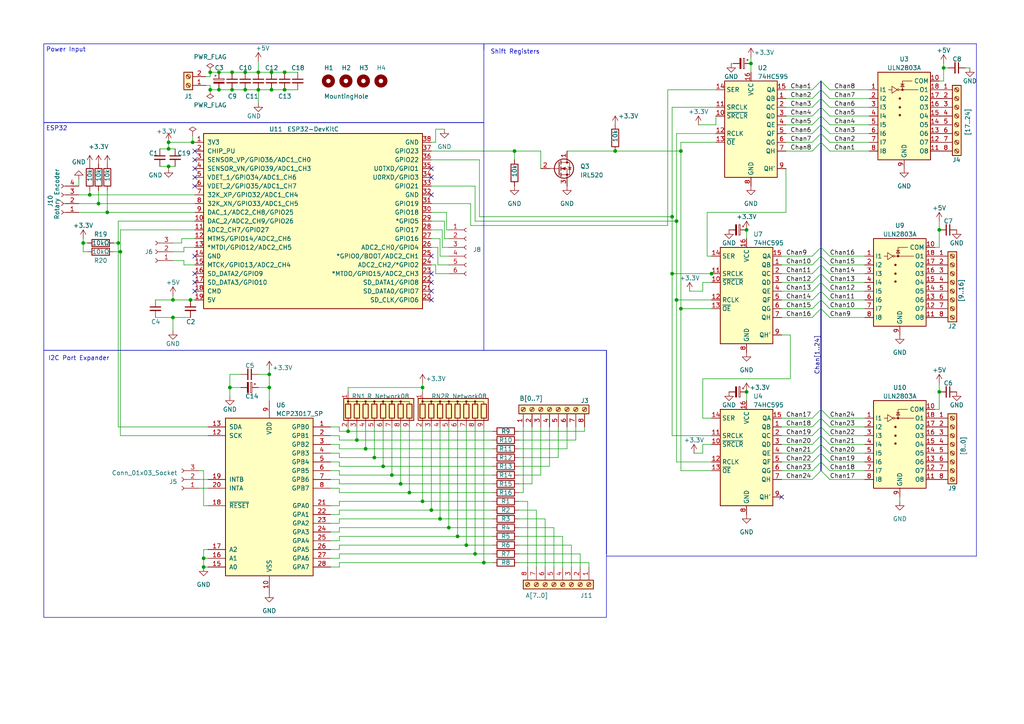
<source format=kicad_sch>
(kicad_sch (version 20230121) (generator eeschema)
  (paper "A4")
  (title_block (title "Workbench Controller") (date "2023-05-26") (rev "v1"))
  (junction (at 71.12 26.035))
  (junction (at 28.575 59.055))
  (junction (at 137.795 160.655))
  (junction (at 50.165 86.995))
  (junction (at 34.29 70.485))
  (junction (at 48.895 43.18))
  (junction (at 196.215 86.995))
  (junction (at 103.505 127.635))
  (junction (at 197.485 43.815))
  (junction (at 82.55 20.955))
  (junction (at 60.96 20.955))
  (junction (at 55.88 41.275))
  (junction (at 216.535 66.675))
  (junction (at 31.115 61.595))
  (junction (at 100.965 125.095))
  (junction (at 34.925 73.025))
  (junction (at 67.31 26.035))
  (junction (at 125.095 147.955))
  (junction (at 78.74 20.955))
  (junction (at 217.805 18.415))
  (junction (at 59.055 164.465))
  (junction (at 135.255 158.115))
  (junction (at 206.375 79.375))
  (junction (at 272.415 113.665))
  (junction (at 60.96 26.035))
  (junction (at 26.035 56.515))
  (junction (at 48.895 41.275))
  (junction (at 197.485 89.535))
  (junction (at 59.055 161.925))
  (junction (at 130.175 153.035))
  (junction (at 140.335 163.195))
  (junction (at 273.685 19.685))
  (junction (at 122.555 145.415))
  (junction (at 127.635 150.495))
  (junction (at 272.415 66.675))
  (junction (at 55.245 86.995))
  (junction (at 82.55 26.035))
  (junction (at 74.93 20.955))
  (junction (at 132.715 155.575))
  (junction (at 194.945 62.865))
  (junction (at 63.5 20.955))
  (junction (at 113.665 137.795))
  (junction (at 71.12 20.955))
  (junction (at 78.105 112.395))
  (junction (at 111.125 135.255))
  (junction (at 216.535 113.665))
  (junction (at 48.895 48.26))
  (junction (at 122.555 112.395))
  (junction (at 194.945 79.375))
  (junction (at 50.165 92.075))
  (junction (at 74.93 26.035))
  (junction (at 24.13 70.485))
  (junction (at 66.675 112.395))
  (junction (at 106.045 130.175))
  (junction (at 108.585 132.715))
  (junction (at 116.205 140.335))
  (junction (at 178.435 43.815))
  (junction (at 78.105 108.585))
  (junction (at 63.5 26.035))
  (junction (at 149.225 43.815))
  (junction (at 67.31 20.955))
  (junction (at 118.745 142.875))
  (junction (at 78.74 26.035))
  (junction (at 196.215 64.135))
  (no_connect (at 56.515 46.355))
  (no_connect (at 56.515 81.915))
  (no_connect (at 56.515 48.895))
  (no_connect (at 56.515 43.815))
  (no_connect (at 125.095 51.435))
  (no_connect (at 125.095 86.995))
  (no_connect (at 56.515 51.435))
  (no_connect (at 125.095 48.895))
  (no_connect (at 125.095 79.375))
  (no_connect (at 125.095 84.455))
  (no_connect (at 56.515 53.975))
  (no_connect (at 56.515 79.375))
  (no_connect (at 56.515 84.455))
  (no_connect (at 125.095 56.515))
  (no_connect (at 56.515 74.295))
  (no_connect (at 226.695 144.145))
  (no_connect (at 125.095 81.915))
  (no_connect (at 125.095 74.295))
  (bus_entry (at 240.665 136.525) (size -2.54 -2.54))
  (bus_entry (at 235.585 38.735) (size 2.54 -2.54))
  (bus_entry (at 240.665 79.375) (size -2.54 -2.54))
  (bus_entry (at 240.665 131.445) (size -2.54 -2.54))
  (bus_entry (at 240.665 84.455) (size -2.54 -2.54))
  (bus_entry (at 235.585 139.065) (size 2.54 -2.54))
  (bus_entry (at 235.585 81.915) (size 2.54 -2.54))
  (bus_entry (at 240.665 89.535) (size -2.54 -2.54))
  (bus_entry (at 235.585 28.575) (size 2.54 -2.54))
  (bus_entry (at 235.585 86.995) (size 2.54 -2.54))
  (bus_entry (at 235.585 36.195) (size 2.54 -2.54))
  (bus_entry (at 235.585 131.445) (size 2.54 -2.54))
  (bus_entry (at 235.585 79.375) (size 2.54 -2.54))
  (bus_entry (at 240.665 128.905) (size -2.54 -2.54))
  (bus_entry (at 235.585 126.365) (size 2.54 -2.54))
  (bus_entry (at 235.585 89.535) (size 2.54 -2.54))
  (bus_entry (at 240.665 36.195) (size -2.54 -2.54))
  (bus_entry (at 235.585 123.825) (size 2.54 -2.54))
  (bus_entry (at 240.665 81.915) (size -2.54 -2.54))
  (bus_entry (at 235.585 84.455) (size 2.54 -2.54))
  (bus_entry (at 240.665 126.365) (size -2.54 -2.54))
  (bus_entry (at 240.665 92.075) (size -2.54 -2.54))
  (bus_entry (at 235.585 76.835) (size 2.54 -2.54))
  (bus_entry (at 235.585 92.075) (size 2.54 -2.54))
  (bus_entry (at 240.665 86.995) (size -2.54 -2.54))
  (bus_entry (at 240.665 31.115) (size -2.54 -2.54))
  (bus_entry (at 240.665 76.835) (size -2.54 -2.54))
  (bus_entry (at 240.665 33.655) (size -2.54 -2.54))
  (bus_entry (at 235.585 128.905) (size 2.54 -2.54))
  (bus_entry (at 235.585 74.295) (size 2.54 -2.54))
  (bus_entry (at 235.585 26.035) (size 2.54 -2.54))
  (bus_entry (at 235.585 121.285) (size 2.54 -2.54))
  (bus_entry (at 240.665 139.065) (size -2.54 -2.54))
  (bus_entry (at 240.665 28.575) (size -2.54 -2.54))
  (bus_entry (at 235.585 136.525) (size 2.54 -2.54))
  (bus_entry (at 235.585 43.815) (size 2.54 -2.54))
  (bus_entry (at 235.585 33.655) (size 2.54 -2.54))
  (bus_entry (at 235.585 41.275) (size 2.54 -2.54))
  (bus_entry (at 240.665 38.735) (size -2.54 -2.54))
  (bus_entry (at 235.585 133.985) (size 2.54 -2.54))
  (bus_entry (at 240.665 121.285) (size -2.54 -2.54))
  (bus_entry (at 240.665 74.295) (size -2.54 -2.54))
  (bus_entry (at 240.665 41.275) (size -2.54 -2.54))
  (bus_entry (at 240.665 26.035) (size -2.54 -2.54))
  (bus_entry (at 240.665 133.985) (size -2.54 -2.54))
  (bus_entry (at 235.585 31.115) (size 2.54 -2.54))
  (bus_entry (at 240.665 123.825) (size -2.54 -2.54))
  (bus_entry (at 240.665 43.815) (size -2.54 -2.54))
  (bus (pts (xy 238.125 128.905) (xy 238.125 126.365)))
  (wire (pts (xy 273.685 18.415) (xy 273.685 19.685)))
  (wire (pts (xy 137.795 160.655) (xy 142.875 160.655)))
  (wire (pts (xy 151.765 142.875) (xy 150.495 142.875)))
  (wire (pts (xy 216.535 113.665) (xy 216.535 116.205)))
  (wire (pts (xy 137.795 64.135) (xy 196.215 64.135)))
  (wire (pts (xy 98.425 156.845) (xy 95.885 156.845)))
  (wire (pts (xy 95.885 154.305) (xy 98.425 154.305)))
  (bus (pts (xy 238.125 84.455) (xy 238.125 81.915)))
  (wire (pts (xy 60.96 24.765) (xy 60.96 26.035)))
  (wire (pts (xy 226.695 76.835) (xy 235.585 76.835)))
  (wire (pts (xy 52.705 70.485) (xy 50.165 70.485)))
  (wire (pts (xy 116.205 140.335) (xy 142.875 140.335)))
  (wire (pts (xy 125.095 71.755) (xy 127 71.755)))
  (wire (pts (xy 128.905 64.135) (xy 125.095 64.135)))
  (wire (pts (xy 59.055 136.525) (xy 57.785 136.525)))
  (wire (pts (xy 197.485 136.525) (xy 206.375 136.525)))
  (bus (pts (xy 238.125 89.535) (xy 238.125 86.995)))
  (polyline (pts (xy 283.21 161.29) (xy 283.21 12.7)))
  (wire (pts (xy 197.485 89.535) (xy 206.375 89.535)))
  (wire (pts (xy 48.895 43.18) (xy 50.8 43.18)))
  (wire (pts (xy 74.93 108.585) (xy 78.105 108.585)))
  (wire (pts (xy 98.425 158.115) (xy 135.255 158.115)))
  (wire (pts (xy 240.665 136.525) (xy 250.825 136.525)))
  (wire (pts (xy 227.965 33.655) (xy 235.585 33.655)))
  (bus (pts (xy 238.125 133.985) (xy 238.125 131.445)))
  (wire (pts (xy 164.465 123.825) (xy 164.465 130.175)))
  (wire (pts (xy 98.425 160.655) (xy 98.425 161.925)))
  (wire (pts (xy 127.635 150.495) (xy 142.875 150.495)))
  (wire (pts (xy 203.835 121.285) (xy 206.375 121.285)))
  (wire (pts (xy 106.045 123.825) (xy 106.045 130.175)))
  (wire (pts (xy 103.505 123.825) (xy 103.505 127.635)))
  (wire (pts (xy 63.5 20.955) (xy 67.31 20.955)))
  (wire (pts (xy 95.885 133.985) (xy 98.425 133.985)))
  (wire (pts (xy 197.485 43.815) (xy 197.485 89.535)))
  (wire (pts (xy 103.505 127.635) (xy 142.875 127.635)))
  (wire (pts (xy 167.005 127.635) (xy 150.495 127.635)))
  (wire (pts (xy 194.945 79.375) (xy 206.375 79.375)))
  (wire (pts (xy 126.365 79.375) (xy 130.175 79.375)))
  (wire (pts (xy 98.425 145.415) (xy 98.425 146.685)))
  (wire (pts (xy 34.29 64.135) (xy 56.515 64.135)))
  (wire (pts (xy 46.355 48.26) (xy 48.895 48.26)))
  (wire (pts (xy 127.635 123.825) (xy 127.635 150.495)))
  (wire (pts (xy 154.305 140.335) (xy 154.305 123.825)))
  (wire (pts (xy 227.965 28.575) (xy 235.585 28.575)))
  (wire (pts (xy 168.275 164.465) (xy 168.275 160.655)))
  (wire (pts (xy 273.685 19.685) (xy 273.685 23.495)))
  (bus (pts (xy 238.125 79.375) (xy 238.125 76.835)))
  (wire (pts (xy 74.93 20.955) (xy 78.74 20.955)))
  (wire (pts (xy 126.365 37.465) (xy 126.365 41.275)))
  (wire (pts (xy 194.945 62.865) (xy 194.945 79.375)))
  (wire (pts (xy 216.535 66.675) (xy 216.535 69.215)))
  (wire (pts (xy 24.13 70.485) (xy 24.13 73.025)))
  (wire (pts (xy 113.665 123.825) (xy 113.665 137.795)))
  (wire (pts (xy 98.425 137.795) (xy 113.665 137.795)))
  (wire (pts (xy 163.195 155.575) (xy 150.495 155.575)))
  (wire (pts (xy 122.555 123.825) (xy 122.555 145.415)))
  (wire (pts (xy 116.205 123.825) (xy 116.205 140.335)))
  (wire (pts (xy 78.74 26.035) (xy 82.55 26.035)))
  (wire (pts (xy 217.805 18.415) (xy 217.805 20.955)))
  (wire (pts (xy 98.425 130.175) (xy 106.045 130.175)))
  (wire (pts (xy 98.425 139.065) (xy 98.425 140.335)))
  (wire (pts (xy 122.555 112.395) (xy 122.555 113.665)))
  (wire (pts (xy 98.425 155.575) (xy 98.425 156.845)))
  (wire (pts (xy 34.29 70.485) (xy 34.29 123.825)))
  (wire (pts (xy 205.105 74.295) (xy 206.375 74.295)))
  (bus (pts (xy 238.125 76.835) (xy 238.125 74.295)))
  (wire (pts (xy 108.585 123.825) (xy 108.585 132.715)))
  (wire (pts (xy 229.235 109.855) (xy 203.835 109.855)))
  (wire (pts (xy 50.165 75.565) (xy 53.34 75.565)))
  (wire (pts (xy 194.945 31.115) (xy 194.945 62.865)))
  (wire (pts (xy 240.665 131.445) (xy 250.825 131.445)))
  (wire (pts (xy 53.34 76.835) (xy 56.515 76.835)))
  (wire (pts (xy 128.905 37.465) (xy 126.365 37.465)))
  (bus (pts (xy 238.125 81.915) (xy 238.125 79.375)))
  (wire (pts (xy 125.095 76.835) (xy 126.365 76.835)))
  (wire (pts (xy 240.665 121.285) (xy 250.825 121.285)))
  (wire (pts (xy 50.165 85.725) (xy 50.165 86.995)))
  (wire (pts (xy 196.215 86.995) (xy 206.375 86.995)))
  (wire (pts (xy 55.88 39.37) (xy 55.88 41.275)))
  (bus (pts (xy 238.125 131.445) (xy 238.125 128.905)))
  (wire (pts (xy 226.695 133.985) (xy 235.585 133.985)))
  (wire (pts (xy 113.665 137.795) (xy 142.875 137.795)))
  (wire (pts (xy 66.675 108.585) (xy 66.675 112.395)))
  (wire (pts (xy 98.425 153.035) (xy 130.175 153.035)))
  (wire (pts (xy 129.54 66.675) (xy 130.175 66.675)))
  (wire (pts (xy 59.055 146.685) (xy 59.055 136.525)))
  (wire (pts (xy 28.575 55.245) (xy 28.575 59.055)))
  (wire (pts (xy 98.425 160.655) (xy 137.795 160.655)))
  (bus (pts (xy 238.125 41.275) (xy 238.125 71.755)))
  (wire (pts (xy 240.665 126.365) (xy 250.825 126.365)))
  (wire (pts (xy 125.095 69.215) (xy 127.635 69.215)))
  (wire (pts (xy 160.655 153.035) (xy 150.495 153.035)))
  (wire (pts (xy 272.415 111.125) (xy 272.415 113.665)))
  (wire (pts (xy 130.175 123.825) (xy 130.175 153.035)))
  (wire (pts (xy 125.095 123.825) (xy 125.095 147.955)))
  (wire (pts (xy 226.695 136.525) (xy 235.585 136.525)))
  (wire (pts (xy 272.415 23.495) (xy 273.685 23.495)))
  (wire (pts (xy 31.115 61.595) (xy 56.515 61.595)))
  (polyline (pts (xy 140.335 12.7) (xy 140.335 14.605)))
  (wire (pts (xy 154.305 140.335) (xy 150.495 140.335)))
  (wire (pts (xy 82.55 26.035) (xy 86.36 26.035)))
  (wire (pts (xy 34.29 64.135) (xy 34.29 70.485)))
  (wire (pts (xy 226.695 121.285) (xy 235.585 121.285)))
  (wire (pts (xy 98.425 154.305) (xy 98.425 153.035)))
  (wire (pts (xy 200.025 84.455) (xy 203.835 84.455)))
  (wire (pts (xy 240.665 79.375) (xy 250.825 79.375)))
  (wire (pts (xy 98.425 141.605) (xy 98.425 142.875)))
  (wire (pts (xy 207.645 33.655) (xy 207.645 36.195)))
  (wire (pts (xy 98.425 140.335) (xy 116.205 140.335)))
  (wire (pts (xy 24.13 69.215) (xy 24.13 70.485)))
  (wire (pts (xy 98.425 161.925) (xy 95.885 161.925)))
  (wire (pts (xy 132.715 123.825) (xy 132.715 155.575)))
  (wire (pts (xy 111.125 135.255) (xy 142.875 135.255)))
  (wire (pts (xy 160.655 164.465) (xy 160.655 153.035)))
  (bus (pts (xy 238.125 136.525) (xy 238.125 133.985)))
  (wire (pts (xy 167.005 123.825) (xy 167.005 127.635)))
  (bus (pts (xy 238.125 86.995) (xy 238.125 84.455)))
  (wire (pts (xy 271.145 71.755) (xy 272.415 71.755)))
  (wire (pts (xy 66.675 112.395) (xy 66.675 114.935)))
  (wire (pts (xy 98.425 123.825) (xy 98.425 125.095)))
  (wire (pts (xy 126.365 76.835) (xy 126.365 79.375)))
  (wire (pts (xy 74.93 17.78) (xy 74.93 20.955)))
  (wire (pts (xy 128.905 69.215) (xy 128.905 64.135)))
  (wire (pts (xy 95.885 131.445) (xy 98.425 131.445)))
  (wire (pts (xy 196.215 86.995) (xy 196.215 133.985)))
  (wire (pts (xy 22.86 59.055) (xy 28.575 59.055)))
  (wire (pts (xy 125.095 43.815) (xy 149.225 43.815)))
  (wire (pts (xy 205.105 61.595) (xy 227.965 61.595)))
  (wire (pts (xy 207.645 79.375) (xy 206.375 79.375)))
  (wire (pts (xy 122.555 111.125) (xy 122.555 112.395)))
  (polyline (pts (xy 175.895 101.6) (xy 175.895 160.655)))
  (wire (pts (xy 53.34 75.565) (xy 53.34 76.835)))
  (wire (pts (xy 122.555 145.415) (xy 142.875 145.415)))
  (wire (pts (xy 78.105 112.395) (xy 78.105 116.205)))
  (bus (pts (xy 238.125 36.195) (xy 238.125 33.655)))
  (wire (pts (xy 59.69 24.765) (xy 60.96 24.765)))
  (wire (pts (xy 125.095 147.955) (xy 142.875 147.955)))
  (wire (pts (xy 240.665 26.035) (xy 252.095 26.035)))
  (wire (pts (xy 155.575 147.955) (xy 150.495 147.955)))
  (wire (pts (xy 240.665 36.195) (xy 252.095 36.195)))
  (polyline (pts (xy 283.21 12.7) (xy 140.335 12.7)))
  (wire (pts (xy 34.925 73.025) (xy 34.925 126.365)))
  (wire (pts (xy 82.55 20.955) (xy 86.36 20.955)))
  (wire (pts (xy 193.675 26.035) (xy 193.675 65.405)))
  (wire (pts (xy 28.575 59.055) (xy 56.515 59.055)))
  (wire (pts (xy 240.665 81.915) (xy 250.825 81.915)))
  (wire (pts (xy 260.985 144.145) (xy 260.985 145.415)))
  (wire (pts (xy 26.035 55.245) (xy 26.035 56.515)))
  (wire (pts (xy 46.355 43.18) (xy 48.895 43.18)))
  (wire (pts (xy 48.895 48.895) (xy 48.895 48.26)))
  (wire (pts (xy 272.415 113.665) (xy 272.415 118.745)))
  (wire (pts (xy 55.88 41.275) (xy 56.515 41.275)))
  (wire (pts (xy 139.065 62.865) (xy 194.945 62.865)))
  (wire (pts (xy 45.085 86.995) (xy 50.165 86.995)))
  (wire (pts (xy 161.925 132.715) (xy 150.495 132.715)))
  (wire (pts (xy 127 71.755) (xy 127 76.835)))
  (wire (pts (xy 60.96 26.035) (xy 63.5 26.035)))
  (bus (pts (xy 238.125 89.535) (xy 238.125 118.745)))
  (polyline (pts (xy 140.335 101.6) (xy 175.895 101.6)))
  (wire (pts (xy 125.095 53.975) (xy 137.795 53.975)))
  (wire (pts (xy 98.425 142.875) (xy 118.745 142.875)))
  (wire (pts (xy 136.525 65.405) (xy 193.675 65.405)))
  (wire (pts (xy 95.885 164.465) (xy 98.425 164.465)))
  (bus (pts (xy 238.125 126.365) (xy 238.125 123.825)))
  (wire (pts (xy 59.055 146.685) (xy 60.325 146.685)))
  (wire (pts (xy 153.035 164.465) (xy 153.035 145.415)))
  (wire (pts (xy 31.115 55.245) (xy 31.115 61.595)))
  (wire (pts (xy 156.845 43.815) (xy 156.845 48.895)))
  (wire (pts (xy 194.945 126.365) (xy 206.375 126.365)))
  (wire (pts (xy 127 76.835) (xy 130.175 76.835)))
  (wire (pts (xy 98.425 159.385) (xy 98.425 158.115)))
  (wire (pts (xy 53.34 73.025) (xy 53.34 71.755)))
  (wire (pts (xy 156.845 137.795) (xy 150.495 137.795)))
  (wire (pts (xy 118.745 123.825) (xy 118.745 142.875)))
  (wire (pts (xy 272.415 64.135) (xy 272.415 66.675)))
  (wire (pts (xy 137.795 123.825) (xy 137.795 160.655)))
  (wire (pts (xy 126.365 41.275) (xy 125.095 41.275)))
  (wire (pts (xy 98.425 132.715) (xy 108.585 132.715)))
  (wire (pts (xy 240.665 128.905) (xy 250.825 128.905)))
  (wire (pts (xy 48.895 41.275) (xy 55.88 41.275)))
  (wire (pts (xy 98.425 128.905) (xy 98.425 130.175)))
  (wire (pts (xy 274.955 19.685) (xy 273.685 19.685)))
  (wire (pts (xy 226.695 79.375) (xy 235.585 79.375)))
  (wire (pts (xy 240.665 89.535) (xy 250.825 89.535)))
  (wire (pts (xy 50.165 86.995) (xy 55.245 86.995)))
  (wire (pts (xy 158.115 164.465) (xy 158.115 150.495)))
  (wire (pts (xy 226.695 74.295) (xy 235.585 74.295)))
  (wire (pts (xy 60.96 22.225) (xy 60.96 20.955)))
  (wire (pts (xy 194.945 79.375) (xy 194.945 126.365)))
  (wire (pts (xy 207.645 36.195) (xy 202.565 36.195)))
  (wire (pts (xy 98.425 126.365) (xy 98.425 127.635)))
  (wire (pts (xy 55.245 86.995) (xy 56.515 86.995)))
  (wire (pts (xy 78.105 108.585) (xy 78.105 112.395)))
  (wire (pts (xy 196.215 38.735) (xy 196.215 64.135)))
  (wire (pts (xy 34.29 123.825) (xy 60.325 123.825)))
  (bus (pts (xy 238.125 38.735) (xy 238.125 36.195)))
  (wire (pts (xy 59.69 22.225) (xy 60.96 22.225)))
  (wire (pts (xy 203.835 131.445) (xy 201.295 131.445)))
  (wire (pts (xy 130.175 69.215) (xy 128.905 69.215)))
  (wire (pts (xy 226.695 131.445) (xy 235.585 131.445)))
  (wire (pts (xy 67.31 26.035) (xy 71.12 26.035)))
  (wire (pts (xy 50.165 73.025) (xy 53.34 73.025)))
  (wire (pts (xy 78.105 107.315) (xy 78.105 108.585)))
  (wire (pts (xy 165.735 158.115) (xy 150.495 158.115)))
  (wire (pts (xy 240.665 76.835) (xy 250.825 76.835)))
  (wire (pts (xy 240.665 86.995) (xy 250.825 86.995)))
  (wire (pts (xy 159.385 123.825) (xy 159.385 135.255)))
  (bus (pts (xy 238.125 31.115) (xy 238.125 28.575)))
  (wire (pts (xy 59.055 161.925) (xy 59.055 159.385)))
  (wire (pts (xy 136.525 65.405) (xy 136.525 59.055)))
  (wire (pts (xy 34.925 66.675) (xy 56.515 66.675)))
  (wire (pts (xy 227.965 43.815) (xy 235.585 43.815)))
  (wire (pts (xy 60.325 141.605) (xy 57.785 141.605)))
  (wire (pts (xy 196.215 64.135) (xy 196.215 86.995)))
  (wire (pts (xy 135.255 158.115) (xy 142.875 158.115)))
  (wire (pts (xy 203.835 81.915) (xy 206.375 81.915)))
  (wire (pts (xy 22.86 52.07) (xy 22.86 53.975)))
  (wire (pts (xy 98.425 164.465) (xy 98.425 163.195)))
  (wire (pts (xy 226.695 126.365) (xy 235.585 126.365)))
  (wire (pts (xy 226.695 97.155) (xy 229.235 97.155)))
  (wire (pts (xy 125.095 61.595) (xy 129.54 61.595)))
  (wire (pts (xy 240.665 123.825) (xy 250.825 123.825)))
  (polyline (pts (xy 175.895 161.29) (xy 283.21 161.29)))
  (wire (pts (xy 226.695 84.455) (xy 235.585 84.455)))
  (wire (pts (xy 140.335 163.195) (xy 142.875 163.195)))
  (wire (pts (xy 60.325 161.925) (xy 59.055 161.925)))
  (wire (pts (xy 59.055 164.465) (xy 59.055 161.925)))
  (wire (pts (xy 226.695 81.915) (xy 235.585 81.915)))
  (wire (pts (xy 240.665 133.985) (xy 250.825 133.985)))
  (wire (pts (xy 63.5 26.035) (xy 67.31 26.035)))
  (wire (pts (xy 95.885 126.365) (xy 98.425 126.365)))
  (bus (pts (xy 238.125 41.275) (xy 238.125 38.735)))
  (wire (pts (xy 98.425 125.095) (xy 100.965 125.095)))
  (wire (pts (xy 34.925 66.675) (xy 34.925 73.025)))
  (wire (pts (xy 197.485 89.535) (xy 197.485 136.525)))
  (wire (pts (xy 240.665 33.655) (xy 252.095 33.655)))
  (wire (pts (xy 127.635 69.215) (xy 127.635 74.295)))
  (wire (pts (xy 98.425 163.195) (xy 140.335 163.195)))
  (wire (pts (xy 170.815 164.465) (xy 170.815 163.195)))
  (wire (pts (xy 127.635 74.295) (xy 130.175 74.295)))
  (bus (pts (xy 238.125 71.755) (xy 238.125 74.295)))
  (wire (pts (xy 281.305 19.685) (xy 280.035 19.685)))
  (bus (pts (xy 238.125 121.285) (xy 238.125 118.745)))
  (wire (pts (xy 156.845 137.795) (xy 156.845 123.825)))
  (wire (pts (xy 95.885 139.065) (xy 98.425 139.065)))
  (wire (pts (xy 130.175 153.035) (xy 142.875 153.035)))
  (wire (pts (xy 164.465 43.815) (xy 178.435 43.815)))
  (wire (pts (xy 226.695 86.995) (xy 235.585 86.995)))
  (wire (pts (xy 205.105 61.595) (xy 205.105 74.295)))
  (wire (pts (xy 50.165 92.075) (xy 55.245 92.075)))
  (wire (pts (xy 240.665 92.075) (xy 250.825 92.075)))
  (wire (pts (xy 139.065 46.355) (xy 139.065 62.865)))
  (bus (pts (xy 238.125 28.575) (xy 238.125 26.035)))
  (wire (pts (xy 98.425 127.635) (xy 103.505 127.635)))
  (wire (pts (xy 153.035 145.415) (xy 150.495 145.415)))
  (wire (pts (xy 203.835 109.855) (xy 203.835 121.285)))
  (wire (pts (xy 100.965 113.665) (xy 100.965 112.395)))
  (wire (pts (xy 98.425 146.685) (xy 95.885 146.685)))
  (wire (pts (xy 60.325 139.065) (xy 57.785 139.065)))
  (wire (pts (xy 272.415 66.675) (xy 272.415 71.755)))
  (wire (pts (xy 98.425 133.985) (xy 98.425 135.255)))
  (wire (pts (xy 66.675 112.395) (xy 69.85 112.395)))
  (wire (pts (xy 95.885 136.525) (xy 98.425 136.525)))
  (wire (pts (xy 71.12 26.035) (xy 74.93 26.035)))
  (wire (pts (xy 22.86 61.595) (xy 31.115 61.595)))
  (wire (pts (xy 111.125 123.825) (xy 111.125 135.255)))
  (wire (pts (xy 100.965 112.395) (xy 122.555 112.395)))
  (wire (pts (xy 159.385 135.255) (xy 150.495 135.255)))
  (wire (pts (xy 164.465 130.175) (xy 150.495 130.175)))
  (wire (pts (xy 169.545 125.095) (xy 150.495 125.095)))
  (wire (pts (xy 240.665 84.455) (xy 250.825 84.455)))
  (wire (pts (xy 33.02 70.485) (xy 34.29 70.485)))
  (wire (pts (xy 240.665 139.065) (xy 250.825 139.065)))
  (wire (pts (xy 95.885 128.905) (xy 98.425 128.905)))
  (wire (pts (xy 128.27 66.675) (xy 128.27 71.755)))
  (wire (pts (xy 74.93 112.395) (xy 78.105 112.395)))
  (wire (pts (xy 25.4 70.485) (xy 24.13 70.485)))
  (wire (pts (xy 132.715 155.575) (xy 142.875 155.575)))
  (wire (pts (xy 98.425 145.415) (xy 122.555 145.415)))
  (wire (pts (xy 155.575 164.465) (xy 155.575 147.955)))
  (wire (pts (xy 226.695 123.825) (xy 235.585 123.825)))
  (wire (pts (xy 226.695 92.075) (xy 235.585 92.075)))
  (wire (pts (xy 178.435 43.815) (xy 197.485 43.815)))
  (wire (pts (xy 118.745 142.875) (xy 142.875 142.875)))
  (wire (pts (xy 170.815 163.195) (xy 150.495 163.195)))
  (wire (pts (xy 169.545 123.825) (xy 169.545 125.095)))
  (wire (pts (xy 125.095 46.355) (xy 139.065 46.355)))
  (wire (pts (xy 149.225 46.355) (xy 149.225 43.815)))
  (wire (pts (xy 71.12 20.955) (xy 74.93 20.955)))
  (wire (pts (xy 98.425 150.495) (xy 127.635 150.495)))
  (bus (pts (xy 238.125 33.655) (xy 238.125 31.115)))
  (wire (pts (xy 194.945 31.115) (xy 207.645 31.115)))
  (wire (pts (xy 227.965 26.035) (xy 235.585 26.035)))
  (wire (pts (xy 193.675 26.035) (xy 207.645 26.035)))
  (wire (pts (xy 98.425 135.255) (xy 111.125 135.255)))
  (wire (pts (xy 240.665 43.815) (xy 252.095 43.815)))
  (wire (pts (xy 22.86 56.515) (xy 26.035 56.515)))
  (wire (pts (xy 229.235 97.155) (xy 229.235 109.855)))
  (wire (pts (xy 24.13 73.025) (xy 25.4 73.025)))
  (wire (pts (xy 59.055 159.385) (xy 60.325 159.385)))
  (wire (pts (xy 227.965 48.895) (xy 227.965 61.595)))
  (wire (pts (xy 196.215 133.985) (xy 206.375 133.985)))
  (wire (pts (xy 95.885 123.825) (xy 98.425 123.825)))
  (wire (pts (xy 74.93 26.035) (xy 74.93 29.845)))
  (wire (pts (xy 240.665 38.735) (xy 252.095 38.735)))
  (wire (pts (xy 227.965 38.735) (xy 235.585 38.735)))
  (wire (pts (xy 240.665 41.275) (xy 252.095 41.275)))
  (wire (pts (xy 125.095 66.675) (xy 128.27 66.675)))
  (wire (pts (xy 60.96 20.955) (xy 63.5 20.955)))
  (wire (pts (xy 165.735 164.465) (xy 165.735 158.115)))
  (wire (pts (xy 100.965 123.825) (xy 100.965 125.095)))
  (wire (pts (xy 197.485 41.275) (xy 197.485 43.815)))
  (wire (pts (xy 98.425 147.955) (xy 125.095 147.955)))
  (wire (pts (xy 140.335 123.825) (xy 140.335 163.195)))
  (wire (pts (xy 226.695 128.905) (xy 235.585 128.905)))
  (wire (pts (xy 203.835 128.905) (xy 203.835 131.445)))
  (wire (pts (xy 196.215 38.735) (xy 207.645 38.735)))
  (wire (pts (xy 108.585 132.715) (xy 142.875 132.715)))
  (wire (pts (xy 137.795 53.975) (xy 137.795 64.135)))
  (wire (pts (xy 95.885 151.765) (xy 98.425 151.765)))
  (wire (pts (xy 33.02 73.025) (xy 34.925 73.025)))
  (wire (pts (xy 74.93 26.035) (xy 78.74 26.035)))
  (wire (pts (xy 95.885 149.225) (xy 98.425 149.225)))
  (wire (pts (xy 135.255 123.825) (xy 135.255 158.115)))
  (bus (pts (xy 238.125 123.825) (xy 238.125 121.285)))
  (wire (pts (xy 53.34 71.755) (xy 56.515 71.755)))
  (wire (pts (xy 48.895 48.26) (xy 50.8 48.26)))
  (wire (pts (xy 168.275 160.655) (xy 150.495 160.655)))
  (wire (pts (xy 34.925 126.365) (xy 60.325 126.365)))
  (bus (pts (xy 238.125 26.035) (xy 238.125 23.495)))
  (wire (pts (xy 226.695 89.535) (xy 235.585 89.535)))
  (wire (pts (xy 60.325 164.465) (xy 59.055 164.465)))
  (wire (pts (xy 69.85 108.585) (xy 66.675 108.585)))
  (wire (pts (xy 151.765 123.825) (xy 151.765 142.875)))
  (wire (pts (xy 106.045 130.175) (xy 142.875 130.175)))
  (wire (pts (xy 98.425 149.225) (xy 98.425 147.955)))
  (wire (pts (xy 95.885 159.385) (xy 98.425 159.385)))
  (wire (pts (xy 26.035 56.515) (xy 56.515 56.515)))
  (wire (pts (xy 100.965 125.095) (xy 142.875 125.095)))
  (wire (pts (xy 227.965 31.115) (xy 235.585 31.115)))
  (wire (pts (xy 240.665 28.575) (xy 252.095 28.575)))
  (wire (pts (xy 56.515 69.215) (xy 52.705 69.215)))
  (wire (pts (xy 271.145 118.745) (xy 272.415 118.745)))
  (wire (pts (xy 212.09 18.415) (xy 212.725 18.415)))
  (wire (pts (xy 136.525 59.055) (xy 125.095 59.055)))
  (wire (pts (xy 129.54 61.595) (xy 129.54 66.675)))
  (wire (pts (xy 161.925 123.825) (xy 161.925 132.715)))
  (wire (pts (xy 78.74 20.955) (xy 82.55 20.955)))
  (wire (pts (xy 226.695 139.065) (xy 235.585 139.065)))
  (wire (pts (xy 50.165 92.075) (xy 50.165 95.885)))
  (wire (pts (xy 128.27 71.755) (xy 130.175 71.755)))
  (wire (pts (xy 67.31 20.955) (xy 71.12 20.955)))
  (wire (pts (xy 98.425 150.495) (xy 98.425 151.765)))
  (wire (pts (xy 95.885 141.605) (xy 98.425 141.605)))
  (wire (pts (xy 98.425 131.445) (xy 98.425 132.715)))
  (wire (pts (xy 48.895 41.275) (xy 48.895 43.18)))
  (wire (pts (xy 163.195 164.465) (xy 163.195 155.575)))
  (wire (pts (xy 52.705 69.215) (xy 52.705 70.485)))
  (wire (pts (xy 227.965 36.195) (xy 235.585 36.195)))
  (wire (pts (xy 98.425 155.575) (xy 132.715 155.575)))
  (wire (pts (xy 227.965 41.275) (xy 235.585 41.275)))
  (wire (pts (xy 149.225 43.815) (xy 156.845 43.815)))
  (wire (pts (xy 240.665 31.115) (xy 252.095 31.115)))
  (wire (pts (xy 206.375 128.905) (xy 203.835 128.905)))
  (wire (pts (xy 240.665 74.295) (xy 250.825 74.295)))
  (wire (pts (xy 207.645 41.275) (xy 197.485 41.275)))
  (wire (pts (xy 98.425 136.525) (xy 98.425 137.795)))
  (wire (pts (xy 45.085 92.075) (xy 50.165 92.075)))
  (wire (pts (xy 217.805 16.51) (xy 217.805 18.415)))
  (wire (pts (xy 158.115 150.495) (xy 150.495 150.495)))
  (wire (pts (xy 203.835 84.455) (xy 203.835 81.915)))
  (rectangle (start 12.7 12.7) (end 140.335 35.56))
  (rectangle (start 12.7 101.6) (end 175.895 179.07))
  (rectangle (start 12.7 35.56) (end 140.335 101.6))
  (text "ESP32" (at 13.335 38.1 0) (effects (font (size 1.27 1.27)) (justify left bottom)))
  (text "Power Input\n" (at 13.335 15.24 0) (effects (font (size 1.27 1.27)) (justify left bottom)))
  (text "Shift Registers" (at 142.24 15.875 0) (effects (font (size 1.27 1.27)) (justify left bottom)))
  (text "I2C Port Expander\n" (at 13.97 104.775 0) (effects (font (size 1.27 1.27)) (justify left bottom)))
  (label "Chan15" (at 227.965 89.535 0))
  (label "Chan10" (at 240.665 89.535 0))
  (label "Chan8" (at 229.235 43.815 0))
  (label "Chan14" (at 227.965 86.995 0))
  (label "Chan9" (at 240.665 92.075 0))
  (label "Chan6" (at 241.935 31.115 0))
  (label "Chan4" (at 241.935 36.195 0))
  (label "Chan18" (at 227.965 123.825 0))
  (label "Chan7" (at 241.935 28.575 0))
  (label "Chan23" (at 240.665 123.825 0))
  (label "Chan20" (at 227.965 128.905 0))
  (label "Chan24" (at 240.665 121.285 0))
  (label "Chan1" (at 241.935 43.815 0))
  (label "Chan13" (at 227.965 84.455 0))
  (label "Chan10" (at 227.965 76.835 0))
  (label "Chan19" (at 227.965 126.365 0))
  (label "Chan17" (at 227.965 121.285 0))
  (label "Chan7" (at 229.235 41.275 0))
  (label "Chan2" (at 229.235 28.575 0))
  (label "Chan24" (at 227.965 139.065 0))
  (label "Chan12" (at 227.965 81.915 0))
  (label "Chan13" (at 240.665 81.915 0))
  (label "Chan17" (at 240.665 139.065 0))
  (label "Chan11" (at 227.965 79.375 0))
  (label "Chan21" (at 227.965 131.445 0))
  (label "Chan4" (at 229.235 33.655 0))
  (label "Chan16" (at 240.665 74.295 0))
  (label "Chan8" (at 241.935 26.035 0))
  (label "Chan3" (at 229.235 31.115 0))
  (label "Chan1" (at 229.235 26.035 0))
  (label "Chan5" (at 229.235 36.195 0))
  (label "Chan12" (at 240.665 84.455 0))
  (label "Chan18" (at 240.665 136.525 0))
  (label "Chan3" (at 241.935 38.735 0))
  (label "Chan2" (at 241.935 41.275 0))
  (label "Chan11" (at 240.665 86.995 0))
  (label "Chan22" (at 227.965 133.985 0))
  (label "Chan23" (at 227.965 136.525 0))
  (label "Chan21" (at 240.665 128.905 0))
  (label "Chan14" (at 240.665 79.375 0))
  (label "Chan15" (at 240.665 76.835 0))
  (label "Chan5" (at 241.935 33.655 0))
  (label "Chan16" (at 227.965 92.075 0))
  (label "Chan20" (at 240.665 131.445 0))
  (label "Chan6" (at 229.235 38.735 0))
  (label "Chan[1..24]" (at 238.125 108.585 90))
  (label "Chan9" (at 227.965 74.295 0))
  (label "Chan19" (at 240.665 133.985 0))
  (label "Chan22" (at 240.665 126.365 0))
  (symbol (lib_id "Connector:Conn_01x03_Socket") (at 45.085 73.025 180) (unit 1)
    (property "Reference" "J6" (at 43.18 73.025 0))
    (property "Value" "Conn_01x03_Socket" (effects hide))
    (property "Footprint" "Connector_PinHeader_2.54mm:PinHeader_1x03_P2.54mm_Vertical" (effects hide))
  )
  (symbol (lib_id "Device:C_Small") (at 71.12 23.495 0) (unit 1)
    (property "Reference" "C10" (at 69.215 19.685 0) (effects (justify left)))
    (property "Value" "C" (effects hide))
    (property "Footprint" "Capacitor_SMD:C_1210_3225Metric_Pad1.33x2.70mm_HandSolder" (effects hide))
  )
  (symbol (lib_id "power:PWR_FLAG") (at 55.88 39.37 0) (unit 1)
    (property "Reference" "#FLG03" (effects hide))
    (property "Value" "PWR_FLAG" (effects hide))
  )
  (symbol (lib_id "Mechanical:MountingHole") (at 95.25 23.495 0) (unit 1)
    (property "Reference" "H1" (at 93.98 19.685 0) (effects (justify left)))
    (property "Value" "MountingHole" (at 93.98 27.94 0) (effects (justify left)))
    (property "Footprint" "MountingHole:MountingHole_4.3mm_M4_Pad_Via" (effects hide))
  )
  (symbol (lib_id "Connector:Conn_01x03_Socket") (at 52.705 139.065 180) (unit 1)
    (property "Reference" "J5" (at 51.435 139.7 0) (effects (justify left)))
    (property "Value" "Conn_01x03_Socket" (at 51.435 137.16 0) (effects (justify left)))
    (property "Footprint" "Connector_PinHeader_2.54mm:PinHeader_1x03_P2.54mm_Vertical" (effects hide))
  )
  (symbol (lib_id "Device:C_Polarized_Small") (at 213.995 66.675 270) (unit 1)
    (property "Reference" "C15" (effects hide))
    (property "Value" "10uF" (effects hide))
    (property "Footprint" "Capacitor_THT:CP_Radial_D6.3mm_P2.50mm" (effects hide))
    (property "Field4" "Do not connect" (effects hide))
  )
  (symbol (lib_id "power:GND") (at 277.495 113.665 0) (unit 1)
    (property "Reference" "#PWR019" (effects hide))
    (property "Value" "GND" (at 277.495 117.475 0))
  )
  (symbol (lib_id "power:+3.3V") (at 28.575 47.625 0) (unit 1)
    (property "Reference" "#PWR036" (effects hide))
    (property "Value" "+3.3V" (effects hide))
  )
  (symbol (lib_id "power:GND") (at 48.895 48.895 0) (unit 1)
    (property "Reference" "#PWR016" (effects hide))
    (property "Value" "GND" (at 45.085 50.8 0))
  )
  (symbol (lib_id "Device:C_Polarized_Small") (at 72.39 112.395 270) (unit 1)
    (property "Reference" "C14" (at 71.12 114.935 90) (effects (justify left)))
    (property "Value" "10uF" (effects hide))
    (property "Footprint" "Capacitor_THT:CP_Radial_D6.3mm_P2.50mm" (effects hide))
    (property "Field4" "Do not connect" (effects hide))
  )
  (symbol (lib_id "Device:R") (at 146.685 153.035 90) (unit 1)
    (property "Reference" "R4" (at 146.685 153.035 90))
    (property "Value" "R" (effects hide))
    (property "Footprint" "Resistor_THT:R_Axial_DIN0207_L6.3mm_D2.5mm_P7.62mm_Horizontal" (effects hide))
  )
  (symbol (lib_id "Transistor_Array:ULN2803A") (at 260.985 79.375 0) (unit 1)
    (property "Reference" "U9" (at 260.985 65.405 0))
    (property "Value" "ULN2803A" (at 260.985 67.945 0))
    (property "Footprint" "Package_DIP:DIP-18_W7.62mm_LongPads" (effects hide))
    (property "Datasheet" "http://www.ti.com/lit/ds/symlink/uln2803a.pdf" (effects hide))
  )
  (symbol (lib_id "Connector:Screw_Terminal_01x02") (at 54.61 24.765 180) (unit 1)
    (property "Reference" "J1" (at 55.88 27.94 0) (effects (justify left)))
    (property "Value" "GND|+5" (effects hide))
    (property "Footprint" "TerminalBlock_Phoenix:TerminalBlock_Phoenix_MKDS-3-2-5.08_1x02_P5.08mm_Horizontal" (effects hide))
  )
  (symbol (lib_id "Device:R") (at 146.685 155.575 90) (unit 1)
    (property "Reference" "R5" (at 146.685 155.575 90))
    (property "Value" "R" (effects hide))
    (property "Footprint" "Resistor_THT:R_Axial_DIN0207_L6.3mm_D2.5mm_P7.62mm_Horizontal" (effects hide))
  )
  (symbol (lib_id "Device:R") (at 146.685 158.115 90) (unit 1)
    (property "Reference" "R6" (at 146.685 158.115 90))
    (property "Value" "R" (effects hide))
    (property "Footprint" "Resistor_THT:R_Axial_DIN0207_L6.3mm_D2.5mm_P7.62mm_Horizontal" (effects hide))
  )
  (symbol (lib_id "Device:R") (at 31.115 51.435 0) (unit 1)
    (property "Reference" "R35" (effects hide))
    (property "Value" "10k" (at 31.115 52.705 90) (effects (justify left)))
    (property "Footprint" "Resistor_THT:R_Axial_DIN0207_L6.3mm_D2.5mm_P7.62mm_Horizontal" (effects hide))
  )
  (symbol (lib_id "power:+3.3V") (at 48.895 41.275 0) (unit 1)
    (property "Reference" "#PWR02" (effects hide))
    (property "Value" "+3.3V" (at 48.26 38.1 0))
  )
  (symbol (lib_id "power:+3.3V") (at 216.535 113.665 0) (unit 1)
    (property "Reference" "#PWR042" (effects hide))
    (property "Value" "+3.3V" (at 220.345 112.395 0))
  )
  (symbol (lib_id "Interface_Expansion:MCP23017_SP") (at 78.105 144.145 0) (unit 1)
    (property "Reference" "U6" (at 80.0609 117.475 0) (effects (justify left)))
    (property "Value" "MCP23017_SP" (at 80.0609 120.015 0) (effects (justify left)))
    (property "Footprint" "Package_DIP:DIP-28_W7.62mm" (effects hide))
    (property "Datasheet" "http://ww1.microchip.com/downloads/en/DeviceDoc/20001952C.pdf" (effects hide))
  )
  (symbol (lib_id "power:GND") (at 262.255 48.895 0) (unit 1)
    (property "Reference" "#PWR014" (effects hide))
    (property "Value" "GND" (at 262.255 53.975 0))
  )
  (symbol (lib_id "power:GND") (at 260.985 97.155 0) (unit 1)
    (property "Reference" "#PWR09" (effects hide))
    (property "Value" "GND" (at 260.985 102.235 0))
  )
  (symbol (lib_id "power:PWR_FLAG") (at 60.96 20.955 0) (unit 1)
    (property "Reference" "#FLG01" (effects hide))
    (property "Value" "PWR_FLAG" (at 60.96 16.51 0))
  )
  (symbol (lib_id "Device:C_Polarized_Small") (at 215.265 18.415 270) (unit 1)
    (property "Reference" "C17" (effects hide))
    (property "Value" "10uF" (effects hide))
    (property "Footprint" "Capacitor_THT:CP_Radial_D6.3mm_P2.50mm" (effects hide))
    (property "Field4" "Do not connect" (effects hide))
  )
  (symbol (lib_id "Device:R") (at 146.685 150.495 90) (unit 1)
    (property "Reference" "R3" (at 146.685 150.495 90))
    (property "Value" "R" (effects hide))
    (property "Footprint" "Resistor_THT:R_Axial_DIN0207_L6.3mm_D2.5mm_P7.62mm_Horizontal" (effects hide))
  )
  (symbol (lib_id "Mechanical:MountingHole") (at 100.33 23.495 0) (unit 1)
    (property "Reference" "H2" (at 99.06 19.685 0) (effects (justify left)))
    (property "Value" "MountingHole" (effects hide))
    (property "Footprint" "MountingHole:MountingHole_4.3mm_M4_Pad_Via" (effects hide))
  )
  (symbol (lib_id "power:+3.3V") (at 217.805 16.51 0) (unit 1)
    (property "Reference" "#PWR030" (effects hide))
    (property "Value" "+3.3V" (at 221.615 15.24 0))
  )
  (symbol (lib_id "Device:C_Polarized_Small") (at 63.5 23.495 0) (unit 1)
    (property "Reference" "C3" (at 62.23 19.685 0) (effects (justify left)))
    (property "Value" "10uF" (effects hide))
    (property "Footprint" "Capacitor_THT:CP_Radial_D6.3mm_P2.50mm" (effects hide))
    (property "Field4" "Do not connect" (effects hide))
  )
  (symbol (lib_id "power:GND") (at 277.495 66.675 0) (unit 1)
    (property "Reference" "#PWR022" (effects hide))
    (property "Value" "GND" (at 277.495 70.485 0))
  )
  (symbol (lib_id "Device:R_Network08") (at 132.715 118.745 0) (unit 1)
    (property "Reference" "RN2" (at 125.095 114.935 0) (effects (justify left)))
    (property "Value" "R_Network08" (at 128.905 114.935 0) (effects (justify left)))
    (property "Footprint" "Resistor_THT:R_Array_SIP9" (effects hide))
    (property "Datasheet" "http://www.vishay.com/docs/31509/csc.pdf" (effects hide))
  )
  (symbol (lib_id "Device:R") (at 146.685 135.255 90) (unit 1)
    (property "Reference" "R13" (at 146.685 135.255 90))
    (property "Value" "R" (effects hide))
    (property "Footprint" "Resistor_THT:R_Axial_DIN0207_L6.3mm_D2.5mm_P7.62mm_Horizontal" (effects hide))
  )
  (symbol (lib_id "Connector:Screw_Terminal_01x08") (at 159.385 118.745 90) (unit 1)
    (property "Reference" "J3" (at 170.815 116.205 90) (effects (justify left)))
    (property "Value" "B[0..7]" (at 157.48 115.57 90) (effects (justify left)))
    (property "Footprint" "TerminalBlock_Phoenix:TerminalBlock_Phoenix_MKDS-3-8-5.08_1x08_P5.08mm_Horizontal" (effects hide))
  )
  (symbol (lib_id "Device:C_Small") (at 46.355 45.72 0) (unit 1)
    (property "Reference" "C1" (at 43.18 44.45 0) (effects (justify left)))
    (property "Value" "C" (effects hide))
    (property "Footprint" "Capacitor_THT:C_Disc_D5.1mm_W3.2mm_P5.00mm" (effects hide))
  )
  (symbol (lib_id "Transistor_Array:ULN2803A") (at 262.255 31.115 0) (unit 1)
    (property "Reference" "U3" (at 262.255 17.145 0))
    (property "Value" "ULN2803A" (at 262.255 19.685 0))
    (property "Footprint" "Package_DIP:DIP-18_W7.62mm_LongPads" (effects hide))
    (property "Datasheet" "http://www.ti.com/lit/ds/symlink/uln2803a.pdf" (effects hide))
  )
  (symbol (lib_id "Device:R") (at 146.685 130.175 90) (unit 1)
    (property "Reference" "R11" (at 146.685 130.175 90))
    (property "Value" "R" (effects hide))
    (property "Footprint" "Resistor_THT:R_Axial_DIN0207_L6.3mm_D2.5mm_P7.62mm_Horizontal" (effects hide))
  )
  (symbol (lib_id "power:GND") (at 216.535 102.235 0) (unit 1)
    (property "Reference" "#PWR010" (effects hide))
    (property "Value" "GND" (at 216.535 107.315 0))
  )
  (symbol (lib_id "power:+3.3V") (at 178.435 36.195 0) (unit 1)
    (property "Reference" "#PWR046" (effects hide))
    (property "Value" "+3.3V" (at 182.245 33.655 0))
  )
  (symbol (lib_id "Transistor_FET:IRL6283M") (at 161.925 48.895 0) (unit 1)
    (property "Reference" "Q3" (at 168.275 48.26 0) (effects (justify left)))
    (property "Value" "IRL520" (at 168.275 50.8 0) (effects (justify left)))
    (property "Footprint" "Package_TO_SOT_THT:TO-220-3_Vertical" (effects hide))
    (property "Datasheet" "https://www.infineon.com/dgdl/irl6283mpbf.pdf?fileId=5546d462533600a40153565fe9452573" (effects hide))
  )
  (symbol (lib_id "Mechanical:MountingHole") (at 110.49 23.495 0) (unit 1)
    (property "Reference" "H4" (at 109.22 19.685 0) (effects (justify left)))
    (property "Value" "MountingHole" (effects hide))
    (property "Footprint" "MountingHole:MountingHole_4.3mm_M4_Pad_Via" (effects hide))
  )
  (symbol (lib_id "Device:R") (at 28.575 51.435 0) (unit 1)
    (property "Reference" "R22" (effects hide))
    (property "Value" "10k" (at 28.575 52.705 90) (effects (justify left)))
    (property "Footprint" "Resistor_THT:R_Axial_DIN0207_L6.3mm_D2.5mm_P7.62mm_Horizontal" (effects hide))
  )
  (symbol (lib_id "power:GND") (at 74.93 29.845 0) (unit 1)
    (property "Reference" "#PWR06" (effects hide))
    (property "Value" "GND" (at 73.66 33.655 0))
  )
  (symbol (lib_id "Device:C_Small") (at 78.74 23.495 0) (unit 1)
    (property "Reference" "C12" (at 76.835 19.685 0) (effects (justify left)))
    (property "Value" "C" (effects hide))
    (property "Footprint" "Capacitor_SMD:C_1210_3225Metric_Pad1.33x2.70mm_HandSolder" (effects hide))
  )
  (symbol (lib_id "Device:R") (at 149.225 50.165 0) (unit 1)
    (property "Reference" "R52" (effects hide))
    (property "Value" "10k" (at 149.225 51.435 90) (effects (justify left)))
    (property "Footprint" "Resistor_THT:R_Axial_DIN0207_L6.3mm_D2.5mm_P7.62mm_Horizontal" (effects hide))
  )
  (symbol (lib_id "power:GND") (at 66.675 114.935 0) (mirror y) (unit 1)
    (property "Reference" "#PWR039" (effects hide))
    (property "Value" "GND" (at 66.675 118.745 0))
  )
  (symbol (lib_id "Device:R") (at 146.685 125.095 90) (unit 1)
    (property "Reference" "R9" (at 146.685 125.095 90))
    (property "Value" "R" (effects hide))
    (property "Footprint" "Resistor_THT:R_Axial_DIN0207_L6.3mm_D2.5mm_P7.62mm_Horizontal" (effects hide))
  )
  (symbol (lib_id "Device:R") (at 146.685 145.415 90) (unit 1)
    (property "Reference" "R1" (at 146.685 145.415 90))
    (property "Value" "R" (effects hide))
    (property "Footprint" "Resistor_THT:R_Axial_DIN0207_L6.3mm_D2.5mm_P7.62mm_Horizontal" (effects hide))
  )
  (symbol (lib_id "power:+5V") (at 272.415 64.135 0) (unit 1)
    (property "Reference" "#PWR021" (effects hide))
    (property "Value" "+5V" (at 272.415 60.325 0))
  )
  (symbol (lib_id "Device:C_Small") (at 277.495 19.685 270) (unit 1)
    (property "Reference" "C8" (at 276.225 17.145 90) (effects (justify left)))
    (property "Value" "C" (effects hide))
    (property "Footprint" "Capacitor_SMD:C_1210_3225Metric_Pad1.33x2.70mm_HandSolder" (effects hide))
  )
  (symbol (lib_id "power:GND") (at 128.905 37.465 0) (unit 1)
    (property "Reference" "#PWR01" (effects hide))
    (property "Value" "GND" (at 128.905 42.545 0))
  )
  (symbol (lib_id "power:GND") (at 59.055 164.465 0) (unit 1)
    (property "Reference" "#PWR018" (effects hide))
    (property "Value" "GND" (at 59.055 169.545 0))
  )
  (symbol (lib_id "power:GND") (at 212.09 18.415 0) (unit 1)
    (property "Reference" "#PWR04" (effects hide))
    (property "Value" "GND" (at 212.09 22.225 0))
  )
  (symbol (lib_id "Device:C_Small") (at 45.085 89.535 0) (unit 1)
    (property "Reference" "C4" (at 43.815 93.345 0) (effects (justify left)))
    (property "Value" "C" (effects hide))
    (property "Footprint" "Capacitor_SMD:C_1210_3225Metric_Pad1.33x2.70mm_HandSolder" (effects hide))
  )
  (symbol (lib_id "Device:R") (at 146.685 160.655 90) (unit 1)
    (property "Reference" "R7" (at 146.685 160.655 90))
    (property "Value" "R" (effects hide))
    (property "Footprint" "Resistor_THT:R_Axial_DIN0207_L6.3mm_D2.5mm_P7.62mm_Horizontal" (effects hide))
  )
  (symbol (lib_id "power:GND") (at 211.455 66.675 0) (unit 1)
    (property "Reference" "#PWR040" (effects hide))
    (property "Value" "GND" (at 211.455 70.485 0))
  )
  (symbol (lib_id "power:+3.3V") (at 201.295 131.445 0) (unit 1)
    (property "Reference" "#PWR045" (effects hide))
    (property "Value" "+3.3V" (at 201.295 127.635 0))
  )
  (symbol (lib_id "power:GND") (at 22.86 52.07 180) (unit 1)
    (property "Reference" "#PWR034" (effects hide))
    (property "Value" "GND" (at 22.86 46.99 0))
  )
  (symbol (lib_id "Connector:Conn_01x04_Socket") (at 17.78 59.055 180) (unit 1)
    (property "Reference" "J10" (at 14.605 56.515 90) (effects (justify left)))
    (property "Value" "Rotary Encoder" (at 16.51 48.895 90) (effects (justify left)))
    (property "Footprint" "TerminalBlock_Phoenix:TerminalBlock_Phoenix_MKDS-3-4-5.08_1x04_P5.08mm_Horizontal" (effects hide))
  )
  (symbol (lib_id "Device:R") (at 29.21 70.485 90) (unit 1)
    (property "Reference" "R19" (at 29.21 67.945 90))
    (property "Value" "10kΩ" (at 29.21 70.485 90))
    (property "Footprint" "Resistor_THT:R_Axial_DIN0207_L6.3mm_D2.5mm_P7.62mm_Horizontal" (effects hide))
    (property "Datasheet" "0603WAF1002T5E" (effects hide))
    (property "JLCPCB" "C25804" (effects hide))
  )
  (symbol (lib_id "power:+5V") (at 272.415 111.125 0) (unit 1)
    (property "Reference" "#PWR033" (effects hide))
    (property "Value" "+5V" (at 272.415 107.315 0))
  )
  (symbol (lib_id "Device:C_Small") (at 82.55 23.495 0) (unit 1)
    (property "Reference" "C13" (at 80.645 27.94 0) (effects (justify left)))
    (property "Value" "C" (effects hide))
    (property "Footprint" "Capacitor_SMD:C_1210_3225Metric_Pad1.33x2.70mm_HandSolder" (effects hide))
  )
  (symbol (lib_id "power:GND") (at 50.165 95.885 0) (unit 1)
    (property "Reference" "#PWR017" (effects hide))
    (property "Value" "GND" (at 50.165 99.695 0))
  )
  (symbol (lib_id "Device:R") (at 146.685 137.795 90) (unit 1)
    (property "Reference" "R14" (at 146.685 137.795 90))
    (property "Value" "R" (effects hide))
    (property "Footprint" "Resistor_THT:R_Axial_DIN0207_L6.3mm_D2.5mm_P7.62mm_Horizontal" (effects hide))
  )
  (symbol (lib_id "power:GND") (at 281.305 19.685 0) (unit 1)
    (property "Reference" "#PWR023" (effects hide))
    (property "Value" "GND" (at 281.305 23.495 0))
  )
  (symbol (lib_id "Esp:ESP32-DevKitC") (at 89.535 64.135 0) (unit 1)
    (property "Reference" "U11" (at 80.01 37.465 0))
    (property "Value" "ESP32-DevKitC" (at 90.805 37.465 0))
    (property "Footprint" "Esp:ESP32-DevKitC" (effects hide))
    (property "Datasheet" "https://docs.espressif.com/projects/esp-idf/zh_CN/latest/esp32/hw-reference/esp32/get-started-devkitc.html" (effects hide))
  )
  (symbol (lib_id "74xx:74HC595") (at 217.805 36.195 0) (unit 1)
    (property "Reference" "U2" (at 219.7609 19.685 0) (effects (justify left)))
    (property "Value" "74HC595" (at 219.7609 22.225 0) (effects (justify left)))
    (property "Footprint" "Package_DIP:DIP-16_W7.62mm_Socket_LongPads" (effects hide))
    (property "Datasheet" "http://www.ti.com/lit/ds/symlink/sn74hc595.pdf" (effects hide))
  )
  (symbol (lib_id "power:+3.3V") (at 24.13 69.215 0) (unit 1)
    (property "Reference" "#PWR020" (effects hide))
    (property "Value" "+3.3V" (at 24.13 65.405 0))
  )
  (symbol (lib_id "Device:C_Small") (at 74.93 23.495 0) (unit 1)
    (property "Reference" "C11" (at 71.12 27.94 0) (effects (justify left)))
    (property "Value" "C" (effects hide))
    (property "Footprint" "Capacitor_SMD:C_1210_3225Metric_Pad1.33x2.70mm_HandSolder" (effects hide))
  )
  (symbol (lib_id "Connector:Screw_Terminal_01x08") (at 277.495 33.655 0) (unit 1)
    (property "Reference" "J4" (at 276.225 46.355 0) (effects (justify left)))
    (property "Value" "[17..24]" (at 280.67 39.37 90) (effects (justify left)))
    (property "Footprint" "TerminalBlock_Phoenix:TerminalBlock_Phoenix_MKDS-3-8-5.08_1x08_P5.08mm_Horizontal" (effects hide))
  )
  (symbol (lib_id "power:+5V") (at 50.165 85.725 0) (unit 1)
    (property "Reference" "#PWR07" (effects hide))
    (property "Value" "+5V" (at 50.165 81.915 0))
  )
  (symbol (lib_id "Device:C_Small") (at 67.31 23.495 0) (unit 1)
    (property "Reference" "C9" (at 66.04 27.94 0) (effects (justify left)))
    (property "Value" "C" (effects hide))
    (property "Footprint" "Capacitor_SMD:C_1210_3225Metric_Pad1.33x2.70mm_HandSolder" (effects hide))
  )
  (symbol (lib_id "Device:R") (at 146.685 127.635 90) (unit 1)
    (property "Reference" "R10" (at 146.685 127.635 90))
    (property "Value" "R" (effects hide))
    (property "Footprint" "Resistor_THT:R_Axial_DIN0207_L6.3mm_D2.5mm_P7.62mm_Horizontal" (effects hide))
  )
  (symbol (lib_id "Connector:Screw_Terminal_01x08") (at 276.225 128.905 0) (unit 1)
    (property "Reference" "J9" (at 274.955 141.605 0) (effects (justify left)))
    (property "Value" "[8..0]" (at 279.4 132.08 90) (effects (justify left)))
    (property "Footprint" "TerminalBlock_Phoenix:TerminalBlock_Phoenix_MKDS-3-8-5.08_1x08_P5.08mm_Horizontal" (effects hide))
  )
  (symbol (lib_id "Transistor_Array:ULN2803A") (at 260.985 126.365 0) (unit 1)
    (property "Reference" "U10" (at 260.985 112.395 0))
    (property "Value" "ULN2803A" (at 260.985 114.935 0))
    (property "Footprint" "Package_DIP:DIP-18_W7.62mm_LongPads" (effects hide))
    (property "Datasheet" "http://www.ti.com/lit/ds/symlink/uln2803a.pdf" (effects hide))
  )
  (symbol (lib_id "Device:R") (at 178.435 40.005 0) (unit 1)
    (property "Reference" "R53" (effects hide))
    (property "Value" "10k" (at 178.435 41.275 90) (effects (justify left)))
    (property "Footprint" "Resistor_THT:R_Axial_DIN0207_L6.3mm_D2.5mm_P7.62mm_Horizontal" (effects hide))
  )
  (symbol (lib_id "Device:R") (at 146.685 163.195 90) (unit 1)
    (property "Reference" "R8" (at 146.685 163.195 90))
    (property "Value" "R" (effects hide))
    (property "Footprint" "Resistor_THT:R_Axial_DIN0207_L6.3mm_D2.5mm_P7.62mm_Horizontal" (effects hide))
  )
  (symbol (lib_id "Device:R") (at 146.685 132.715 90) (unit 1)
    (property "Reference" "R12" (at 146.685 132.715 90))
    (property "Value" "R" (effects hide))
    (property "Footprint" "Resistor_THT:R_Axial_DIN0207_L6.3mm_D2.5mm_P7.62mm_Horizontal" (effects hide))
  )
  (symbol (lib_id "power:+3.3V") (at 122.555 111.125 0) (unit 1)
    (property "Reference" "#PWR038" (effects hide))
    (property "Value" "+3.3V" (at 126.365 109.855 0))
  )
  (symbol (lib_id "power:GND") (at 78.105 172.085 0) (unit 1)
    (property "Reference" "#PWR013" (effects hide))
    (property "Value" "GND" (at 78.105 177.165 0))
  )
  (symbol (lib_id "power:GND") (at 211.455 113.665 0) (unit 1)
    (property "Reference" "#PWR041" (effects hide))
    (property "Value" "GND" (at 211.455 117.475 0))
  )
  (symbol (lib_id "power:GND") (at 149.225 53.975 0) (unit 1)
    (property "Reference" "#PWR044" (effects hide))
    (property "Value" "GND" (at 149.225 59.055 0))
  )
  (symbol (lib_id "Device:R_Network08") (at 111.125 118.745 0) (unit 1)
    (property "Reference" "RN1" (at 106.045 114.935 0) (effects (justify right)))
    (property "Value" "R_Network08" (at 118.745 114.935 0) (effects (justify right)))
    (property "Footprint" "Resistor_THT:R_Array_SIP9" (effects hide))
    (property "Datasheet" "http://www.vishay.com/docs/31509/csc.pdf" (effects hide))
  )
  (symbol (lib_id "power:+5V") (at 74.93 17.78 0) (mirror y) (unit 1)
    (property "Reference" "#PWR03" (effects hide))
    (property "Value" "+5V" (at 76.2 13.97 0))
  )
  (symbol (lib_id "power:+3.3V") (at 78.105 107.315 0) (unit 1)
    (property "Reference" "#PWR012" (effects hide))
    (property "Value" "+3.3V" (at 81.915 106.68 0))
  )
  (symbol (lib_id "power:+3.3V") (at 202.565 36.195 0) (unit 1)
    (property "Reference" "#PWR047" (effects hide))
    (property "Value" "+3.3V" (at 202.565 32.385 0))
  )
  (symbol (lib_id "Device:C_Small") (at 72.39 108.585 270) (unit 1)
    (property "Reference" "C5" (at 71.12 106.045 90) (effects (justify left)))
    (property "Value" "C" (effects hide))
    (property "Footprint" "Capacitor_SMD:C_1210_3225Metric_Pad1.33x2.70mm_HandSolder" (effects hide))
  )
  (symbol (lib_id "Device:C_Small") (at 274.955 66.675 270) (unit 1)
    (property "Reference" "C7" (at 273.685 64.135 90) (effects (justify left)))
    (property "Value" "C" (effects hide))
    (property "Footprint" "Capacitor_SMD:C_1210_3225Metric_Pad1.33x2.70mm_HandSolder" (effects hide))
  )
  (symbol (lib_id "74xx:74HC595") (at 216.535 84.455 0) (unit 1)
    (property "Reference" "U7" (at 218.4909 67.945 0) (effects (justify left)))
    (property "Value" "74HC595" (at 218.4909 70.485 0) (effects (justify left)))
    (property "Footprint" "Package_DIP:DIP-16_W7.62mm_Socket_LongPads" (effects hide))
    (property "Datasheet" "http://www.ti.com/lit/ds/symlink/sn74hc595.pdf" (effects hide))
  )
  (symbol (lib_id "Device:C_Polarized_Small") (at 213.995 113.665 270) (unit 1)
    (property "Reference" "C16" (effects hide))
    (property "Value" "10uF" (effects hide))
    (property "Footprint" "Capacitor_THT:CP_Radial_D6.3mm_P2.50mm" (effects hide))
    (property "Field4" "Do not connect" (effects hide))
  )
  (symbol (lib_id "Device:R") (at 26.035 51.435 0) (unit 1)
    (property "Reference" "R21" (effects hide))
    (property "Value" "10k" (at 26.035 52.705 90) (effects (justify left)))
    (property "Footprint" "Resistor_THT:R_Axial_DIN0207_L6.3mm_D2.5mm_P7.62mm_Horizontal" (effects hide))
  )
  (symbol (lib_id "74xx:74HC595") (at 216.535 131.445 0) (unit 1)
    (property "Reference" "U4" (at 218.4909 114.935 0) (effects (justify left)))
    (property "Value" "74HC595" (at 218.4909 117.475 0) (effects (justify left)))
    (property "Footprint" "Package_DIP:DIP-16_W7.62mm_Socket_LongPads" (effects hide))
    (property "Datasheet" "http://www.ti.com/lit/ds/symlink/sn74hc595.pdf" (effects hide))
  )
  (symbol (lib_id "Device:C_Small") (at 55.245 89.535 0) (unit 1)
    (property "Reference" "C2" (at 53.975 93.345 0) (effects (justify left)))
    (property "Value" "C" (effects hide))
    (property "Footprint" "Capacitor_THT:C_Disc_D5.1mm_W3.2mm_P5.00mm" (effects hide))
  )
  (symbol (lib_id "power:+3.3V") (at 31.115 47.625 0) (unit 1)
    (property "Reference" "#PWR037" (effects hide))
    (property "Value" "+3.3V" (effects hide))
  )
  (symbol (lib_id "power:PWR_FLAG") (at 60.96 26.035 180) (unit 1)
    (property "Reference" "#FLG02" (effects hide))
    (property "Value" "PWR_FLAG" (at 60.96 30.48 0))
  )
  (symbol (lib_id "power:+3.3V") (at 200.025 84.455 0) (unit 1)
    (property "Reference" "#PWR048" (effects hide))
    (property "Value" "+3.3V" (at 200.025 80.645 0))
  )
  (symbol (lib_id "power:GND") (at 216.535 149.225 0) (unit 1)
    (property "Reference" "#PWR031" (effects hide))
    (property "Value" "GND" (at 216.535 154.305 0))
  )
  (symbol (lib_id "power:+5V") (at 273.685 18.415 0) (unit 1)
    (property "Reference" "#PWR08" (effects hide))
    (property "Value" "+5V" (at 273.685 14.605 0))
  )
  (symbol (lib_id "power:GND") (at 217.805 53.975 0) (unit 1)
    (property "Reference" "#PWR05" (effects hide))
    (property "Value" "GND" (at 217.805 59.055 0))
  )
  (symbol (lib_id "power:+3.3V") (at 216.535 66.675 0) (unit 1)
    (property "Reference" "#PWR011" (effects hide))
    (property "Value" "+3.3V" (at 216.535 62.865 0))
  )
  (symbol (lib_id "power:+3.3V") (at 26.035 47.625 0) (unit 1)
    (property "Reference" "#PWR035" (effects hide))
    (property "Value" "+3.3V" (at 28.575 42.545 0))
  )
  (symbol (lib_id "Device:C_Small") (at 50.8 45.72 0) (unit 1)
    (property "Reference" "C19" (at 51.435 44.45 0) (effects (justify left)))
    (property "Value" "C" (effects hide))
    (property "Footprint" "Capacitor_SMD:C_1210_3225Metric_Pad1.33x2.70mm_HandSolder" (effects hide))
  )
  (symbol (lib_id "Device:R") (at 146.685 140.335 90) (unit 1)
    (property "Reference" "R15" (at 146.685 140.335 90))
    (property "Value" "R" (effects hide))
    (property "Footprint" "Resistor_THT:R_Axial_DIN0207_L6.3mm_D2.5mm_P7.62mm_Horizontal" (effects hide))
  )
  (symbol (lib_id "power:GND") (at 260.985 145.415 0) (unit 1)
    (property "Reference" "#PWR032" (effects hide))
    (property "Value" "GND" (at 260.985 150.495 0))
  )
  (symbol (lib_id "Connector:Screw_Terminal_01x08") (at 163.195 169.545 270) (unit 1)
    (property "Reference" "J11" (at 168.275 172.72 90) (effects (justify left)))
    (property "Value" "A[7..0]" (at 152.4 172.72 90) (effects (justify left)))
    (property "Footprint" "TerminalBlock_Phoenix:TerminalBlock_Phoenix_MKDS-3-8-5.08_1x08_P5.08mm_Horizontal" (effects hide))
  )
  (symbol (lib_id "Mechanical:MountingHole") (at 105.41 23.495 0) (unit 1)
    (property "Reference" "H3" (at 104.14 19.685 0) (effects (justify left)))
    (property "Value" "MountingHole" (effects hide))
    (property "Footprint" "MountingHole:MountingHole_4.3mm_M4_Pad_Via" (effects hide))
  )
  (symbol (lib_id "Connector:Conn_01x06_Socket") (at 135.255 71.755 0) (unit 1)
    (property "Reference" "J8" (at 137.16 72.39 0) (effects (justify left)))
    (property "Value" "Conn_01x06_Socket" (effects hide))
    (property "Footprint" "Connector_PinHeader_2.54mm:PinHeader_1x06_P2.54mm_Vertical" (effects hide))
  )
  (symbol (lib_id "Connector:Screw_Terminal_01x08") (at 276.225 81.915 0) (unit 1)
    (property "Reference" "J2" (at 274.955 94.615 0) (effects (justify left)))
    (property "Value" "[9..16]" (at 278.765 87.63 90) (effects (justify left)))
    (property "Footprint" "TerminalBlock_Phoenix:TerminalBlock_Phoenix_MKDS-3-8-5.08_1x08_P5.08mm_Horizontal" (effects hide))
  )
  (symbol (lib_id "Device:R") (at 146.685 147.955 90) (unit 1)
    (property "Reference" "R2" (at 146.685 147.955 90))
    (property "Value" "R" (effects hide))
    (property "Footprint" "Resistor_THT:R_Axial_DIN0207_L6.3mm_D2.5mm_P7.62mm_Horizontal" (effects hide))
  )
  (symbol (lib_id "Device:C_Small") (at 86.36 23.495 0) (unit 1)
    (property "Reference" "C18" (at 84.455 19.685 0) (effects (justify left)))
    (property "Value" "C" (effects hide))
    (property "Footprint" "Capacitor_SMD:C_1210_3225Metric_Pad1.33x2.70mm_HandSolder" (effects hide))
  )
  (symbol (lib_id "power:GND") (at 164.465 53.975 0) (unit 1)
    (property "Reference" "#PWR043" (effects hide))
    (property "Value" "GND" (at 164.465 59.055 0))
  )
  (symbol (lib_id "Device:C_Small") (at 274.955 113.665 270) (unit 1)
    (property "Reference" "C6" (at 273.685 111.125 90) (effects (justify left)))
    (property "Value" "C" (effects hide))
    (property "Footprint" "Capacitor_SMD:C_1210_3225Metric_Pad1.33x2.70mm_HandSolder" (effects hide))
  )
  (symbol (lib_id "Device:R") (at 146.685 142.875 90) (unit 1)
    (property "Reference" "R16" (at 146.685 142.875 90))
    (property "Value" "R" (effects hide))
    (property "Footprint" "Resistor_THT:R_Axial_DIN0207_L6.3mm_D2.5mm_P7.62mm_Horizontal" (effects hide))
  )
  (symbol (lib_id "Device:R") (at 29.21 73.025 90) (unit 1)
    (property "Reference" "R20" (at 29.21 75.565 90))
    (property "Value" "10kΩ" (at 29.21 73.025 90))
    (property "Footprint" "Resistor_THT:R_Axial_DIN0207_L6.3mm_D2.5mm_P7.62mm_Horizontal" (effects hide))
    (property "Datasheet" "0603WAF1002T5E" (effects hide))
    (property "JLCPCB" "C25804" (effects hide))
  )
)
</source>
